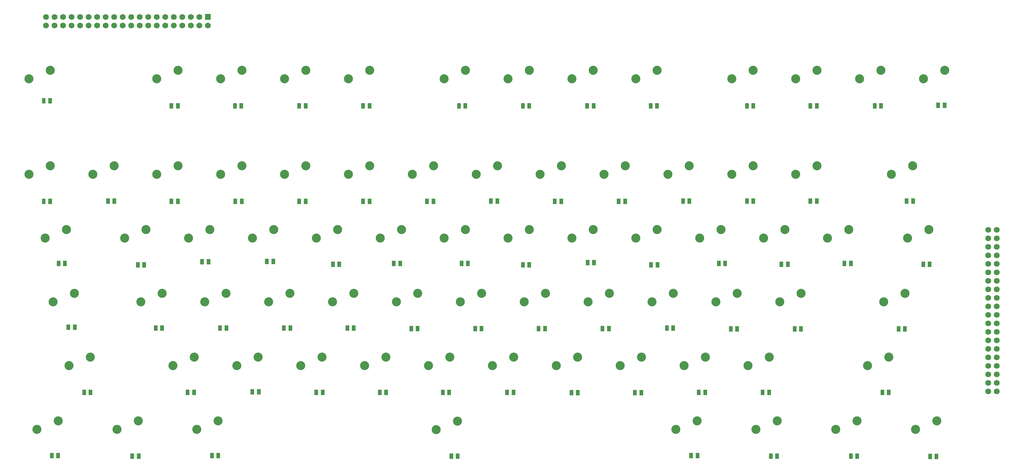
<source format=gts>
G04 Layer: TopSolderMaskLayer*
G04 EasyEDA v6.3.22, 2020-04-05T15:57:41+08:00*
G04 26a83e50978f4d2e98ee8e0c0de4659f,084ec32517fd449a9a4c349b315ac0e1,10*
G04 Gerber Generator version 0.2*
G04 Scale: 100 percent, Rotated: No, Reflected: No *
G04 Dimensions in inches *
G04 leading zeros omitted , absolute positions ,2 integer and 4 decimal *
%FSLAX24Y24*%
%MOIN*%
G90*
G70D02*

%ADD20C,0.106400*%
%ADD21C,0.068000*%

%LPD*%
G36*
G01X5568Y24836D02*
G01X5568Y25465D01*
G01X5998Y25465D01*
G01X5998Y24836D01*
G01X5568Y24836D01*
G37*
G36*
G01X6318Y24836D02*
G01X6318Y25465D01*
G01X6748Y25465D01*
G01X6748Y24836D01*
G01X6318Y24836D01*
G37*
G54D20*
G01X103246Y14138D03*
G01X100746Y13138D03*
G36*
G01X23568Y2236D02*
G01X23568Y2865D01*
G01X23998Y2865D01*
G01X23998Y2236D01*
G01X23568Y2236D01*
G37*
G36*
G01X24318Y2236D02*
G01X24318Y2865D01*
G01X24748Y2865D01*
G01X24748Y2236D01*
G01X24318Y2236D01*
G37*
G36*
G01X14218Y2186D02*
G01X14218Y2815D01*
G01X14648Y2815D01*
G01X14648Y2186D01*
G01X14218Y2186D01*
G37*
G36*
G01X14968Y2186D02*
G01X14968Y2815D01*
G01X15398Y2815D01*
G01X15398Y2186D01*
G01X14968Y2186D01*
G37*
G36*
G01X4768Y2236D02*
G01X4768Y2865D01*
G01X5198Y2865D01*
G01X5198Y2236D01*
G01X4768Y2236D01*
G37*
G36*
G01X5518Y2236D02*
G01X5518Y2865D01*
G01X5948Y2865D01*
G01X5948Y2236D01*
G01X5518Y2236D01*
G37*
G36*
G01X58218Y9686D02*
G01X58218Y10315D01*
G01X58648Y10315D01*
G01X58648Y9686D01*
G01X58218Y9686D01*
G37*
G36*
G01X58968Y9686D02*
G01X58968Y10315D01*
G01X59398Y10315D01*
G01X59398Y9686D01*
G01X58968Y9686D01*
G37*
G36*
G01X50668Y9686D02*
G01X50668Y10315D01*
G01X51098Y10315D01*
G01X51098Y9686D01*
G01X50668Y9686D01*
G37*
G36*
G01X51418Y9686D02*
G01X51418Y10315D01*
G01X51848Y10315D01*
G01X51848Y9686D01*
G01X51418Y9686D01*
G37*
G36*
G01X35818Y9686D02*
G01X35818Y10315D01*
G01X36248Y10315D01*
G01X36248Y9686D01*
G01X35818Y9686D01*
G37*
G36*
G01X36568Y9686D02*
G01X36568Y10315D01*
G01X36998Y10315D01*
G01X36998Y9686D01*
G01X36568Y9686D01*
G37*
G36*
G01X86368Y32186D02*
G01X86368Y32815D01*
G01X86798Y32815D01*
G01X86798Y32186D01*
G01X86368Y32186D01*
G37*
G36*
G01X87118Y32186D02*
G01X87118Y32815D01*
G01X87548Y32815D01*
G01X87548Y32186D01*
G01X87118Y32186D01*
G37*
G36*
G01X93818Y32186D02*
G01X93818Y32815D01*
G01X94248Y32815D01*
G01X94248Y32186D01*
G01X93818Y32186D01*
G37*
G36*
G01X94568Y32186D02*
G01X94568Y32815D01*
G01X94998Y32815D01*
G01X94998Y32186D01*
G01X94568Y32186D01*
G37*
G36*
G01X105118Y32186D02*
G01X105118Y32815D01*
G01X105548Y32815D01*
G01X105548Y32186D01*
G01X105118Y32186D01*
G37*
G36*
G01X105868Y32186D02*
G01X105868Y32815D01*
G01X106298Y32815D01*
G01X106298Y32186D01*
G01X105868Y32186D01*
G37*
G36*
G01X90418Y24736D02*
G01X90418Y25365D01*
G01X90848Y25365D01*
G01X90848Y24736D01*
G01X90418Y24736D01*
G37*
G36*
G01X91168Y24736D02*
G01X91168Y25365D01*
G01X91598Y25365D01*
G01X91598Y24736D01*
G01X91168Y24736D01*
G37*
G36*
G01X97818Y24836D02*
G01X97818Y25465D01*
G01X98248Y25465D01*
G01X98248Y24836D01*
G01X97818Y24836D01*
G37*
G36*
G01X98568Y24836D02*
G01X98568Y25465D01*
G01X98998Y25465D01*
G01X98998Y24836D01*
G01X98568Y24836D01*
G37*
G36*
G01X107068Y24736D02*
G01X107068Y25365D01*
G01X107498Y25365D01*
G01X107498Y24736D01*
G01X107068Y24736D01*
G37*
G36*
G01X107818Y24736D02*
G01X107818Y25365D01*
G01X108248Y25365D01*
G01X108248Y24736D01*
G01X107818Y24736D01*
G37*
G36*
G01X84468Y17136D02*
G01X84468Y17765D01*
G01X84898Y17765D01*
G01X84898Y17136D01*
G01X84468Y17136D01*
G37*
G36*
G01X85218Y17136D02*
G01X85218Y17765D01*
G01X85648Y17765D01*
G01X85648Y17136D01*
G01X85218Y17136D01*
G37*
G36*
G01X91968Y17136D02*
G01X91968Y17765D01*
G01X92398Y17765D01*
G01X92398Y17136D01*
G01X91968Y17136D01*
G37*
G36*
G01X92718Y17136D02*
G01X92718Y17765D01*
G01X93148Y17765D01*
G01X93148Y17136D01*
G01X92718Y17136D01*
G37*
G36*
G01X104168Y17136D02*
G01X104168Y17765D01*
G01X104598Y17765D01*
G01X104598Y17136D01*
G01X104168Y17136D01*
G37*
G36*
G01X104918Y17136D02*
G01X104918Y17765D01*
G01X105348Y17765D01*
G01X105348Y17136D01*
G01X104918Y17136D01*
G37*
G36*
G01X79818Y2236D02*
G01X79818Y2865D01*
G01X80248Y2865D01*
G01X80248Y2236D01*
G01X79818Y2236D01*
G37*
G36*
G01X80568Y2236D02*
G01X80568Y2865D01*
G01X80998Y2865D01*
G01X80998Y2236D01*
G01X80568Y2236D01*
G37*
G36*
G01X89168Y2186D02*
G01X89168Y2815D01*
G01X89598Y2815D01*
G01X89598Y2186D01*
G01X89168Y2186D01*
G37*
G36*
G01X89918Y2186D02*
G01X89918Y2815D01*
G01X90348Y2815D01*
G01X90348Y2186D01*
G01X89918Y2186D01*
G37*
G36*
G01X98568Y2186D02*
G01X98568Y2815D01*
G01X98998Y2815D01*
G01X98998Y2186D01*
G01X98568Y2186D01*
G37*
G36*
G01X99318Y2186D02*
G01X99318Y2815D01*
G01X99748Y2815D01*
G01X99748Y2186D01*
G01X99318Y2186D01*
G37*
G36*
G01X107868Y2136D02*
G01X107868Y2765D01*
G01X108298Y2765D01*
G01X108298Y2136D01*
G01X107868Y2136D01*
G37*
G36*
G01X108618Y2136D02*
G01X108618Y2765D01*
G01X109048Y2765D01*
G01X109048Y2136D01*
G01X108618Y2136D01*
G37*
G36*
G01X102268Y9686D02*
G01X102268Y10315D01*
G01X102698Y10315D01*
G01X102698Y9686D01*
G01X102268Y9686D01*
G37*
G36*
G01X103018Y9686D02*
G01X103018Y10315D01*
G01X103448Y10315D01*
G01X103448Y9686D01*
G01X103018Y9686D01*
G37*
G36*
G01X88218Y9686D02*
G01X88218Y10315D01*
G01X88648Y10315D01*
G01X88648Y9686D01*
G01X88218Y9686D01*
G37*
G36*
G01X88968Y9686D02*
G01X88968Y10315D01*
G01X89398Y10315D01*
G01X89398Y9686D01*
G01X88968Y9686D01*
G37*
G36*
G01X80718Y9686D02*
G01X80718Y10315D01*
G01X81148Y10315D01*
G01X81148Y9686D01*
G01X80718Y9686D01*
G37*
G36*
G01X81468Y9686D02*
G01X81468Y10315D01*
G01X81898Y10315D01*
G01X81898Y9686D01*
G01X81468Y9686D01*
G37*
G36*
G01X73218Y9636D02*
G01X73218Y10265D01*
G01X73648Y10265D01*
G01X73648Y9636D01*
G01X73218Y9636D01*
G37*
G36*
G01X73968Y9636D02*
G01X73968Y10265D01*
G01X74398Y10265D01*
G01X74398Y9636D01*
G01X73968Y9636D01*
G37*
G36*
G01X65768Y9636D02*
G01X65768Y10265D01*
G01X66198Y10265D01*
G01X66198Y9636D01*
G01X65768Y9636D01*
G37*
G36*
G01X66518Y9636D02*
G01X66518Y10265D01*
G01X66948Y10265D01*
G01X66948Y9636D01*
G01X66518Y9636D01*
G37*
G36*
G01X76968Y17236D02*
G01X76968Y17865D01*
G01X77398Y17865D01*
G01X77398Y17236D01*
G01X76968Y17236D01*
G37*
G36*
G01X77718Y17236D02*
G01X77718Y17865D01*
G01X78148Y17865D01*
G01X78148Y17236D01*
G01X77718Y17236D01*
G37*
G36*
G01X83068Y24836D02*
G01X83068Y25465D01*
G01X83498Y25465D01*
G01X83498Y24836D01*
G01X83068Y24836D01*
G37*
G36*
G01X83818Y24836D02*
G01X83818Y25465D01*
G01X84248Y25465D01*
G01X84248Y24836D01*
G01X83818Y24836D01*
G37*
G36*
G01X78868Y32186D02*
G01X78868Y32815D01*
G01X79298Y32815D01*
G01X79298Y32186D01*
G01X78868Y32186D01*
G37*
G36*
G01X79618Y32186D02*
G01X79618Y32815D01*
G01X80048Y32815D01*
G01X80048Y32186D01*
G01X79618Y32186D01*
G37*
G36*
G01X75118Y24686D02*
G01X75118Y25315D01*
G01X75548Y25315D01*
G01X75548Y24686D01*
G01X75118Y24686D01*
G37*
G36*
G01X75868Y24686D02*
G01X75868Y25315D01*
G01X76298Y25315D01*
G01X76298Y24686D01*
G01X75868Y24686D01*
G37*
G36*
G01X71318Y32136D02*
G01X71318Y32765D01*
G01X71748Y32765D01*
G01X71748Y32136D01*
G01X71318Y32136D01*
G37*
G36*
G01X72068Y32136D02*
G01X72068Y32765D01*
G01X72498Y32765D01*
G01X72498Y32136D01*
G01X72068Y32136D01*
G37*
G36*
G01X67668Y24936D02*
G01X67668Y25565D01*
G01X68098Y25565D01*
G01X68098Y24936D01*
G01X67668Y24936D01*
G37*
G36*
G01X68418Y24936D02*
G01X68418Y25565D01*
G01X68848Y25565D01*
G01X68848Y24936D01*
G01X68418Y24936D01*
G37*
G36*
G01X69418Y17186D02*
G01X69418Y17815D01*
G01X69848Y17815D01*
G01X69848Y17186D01*
G01X69418Y17186D01*
G37*
G36*
G01X70168Y17186D02*
G01X70168Y17815D01*
G01X70598Y17815D01*
G01X70598Y17186D01*
G01X70168Y17186D01*
G37*
G36*
G01X37768Y24736D02*
G01X37768Y25365D01*
G01X38198Y25365D01*
G01X38198Y24736D01*
G01X37768Y24736D01*
G37*
G36*
G01X38518Y24736D02*
G01X38518Y25365D01*
G01X38948Y25365D01*
G01X38948Y24736D01*
G01X38518Y24736D01*
G37*
G36*
G01X61918Y17186D02*
G01X61918Y17815D01*
G01X62348Y17815D01*
G01X62348Y17186D01*
G01X61918Y17186D01*
G37*
G36*
G01X62668Y17186D02*
G01X62668Y17815D01*
G01X63098Y17815D01*
G01X63098Y17186D01*
G01X62668Y17186D01*
G37*
G36*
G01X60068Y24686D02*
G01X60068Y25315D01*
G01X60498Y25315D01*
G01X60498Y24686D01*
G01X60068Y24686D01*
G37*
G36*
G01X60818Y24686D02*
G01X60818Y25315D01*
G01X61248Y25315D01*
G01X61248Y24686D01*
G01X60818Y24686D01*
G37*
G36*
G01X63818Y32136D02*
G01X63818Y32765D01*
G01X64248Y32765D01*
G01X64248Y32136D01*
G01X63818Y32136D01*
G37*
G36*
G01X64568Y32136D02*
G01X64568Y32765D01*
G01X64998Y32765D01*
G01X64998Y32136D01*
G01X64568Y32136D01*
G37*
G36*
G01X56318Y32186D02*
G01X56318Y32815D01*
G01X56748Y32815D01*
G01X56748Y32186D01*
G01X56318Y32186D01*
G37*
G36*
G01X57068Y32186D02*
G01X57068Y32815D01*
G01X57498Y32815D01*
G01X57498Y32186D01*
G01X57068Y32186D01*
G37*
G36*
G01X52868Y24836D02*
G01X52868Y25465D01*
G01X53298Y25465D01*
G01X53298Y24836D01*
G01X52868Y24836D01*
G37*
G36*
G01X53618Y24836D02*
G01X53618Y25465D01*
G01X54048Y25465D01*
G01X54048Y24836D01*
G01X53618Y24836D01*
G37*
G36*
G01X54468Y17186D02*
G01X54468Y17815D01*
G01X54898Y17815D01*
G01X54898Y17186D01*
G01X54468Y17186D01*
G37*
G36*
G01X55218Y17186D02*
G01X55218Y17815D01*
G01X55648Y17815D01*
G01X55648Y17186D01*
G01X55218Y17186D01*
G37*
G36*
G01X39468Y17236D02*
G01X39468Y17865D01*
G01X39898Y17865D01*
G01X39898Y17236D01*
G01X39468Y17236D01*
G37*
G36*
G01X40218Y17236D02*
G01X40218Y17865D01*
G01X40648Y17865D01*
G01X40648Y17236D01*
G01X40218Y17236D01*
G37*
G36*
G01X3819Y32136D02*
G01X3819Y32765D01*
G01X4248Y32765D01*
G01X4248Y32136D01*
G01X3819Y32136D01*
G37*
G36*
G01X4569Y32136D02*
G01X4569Y32765D01*
G01X4998Y32765D01*
G01X4998Y32136D01*
G01X4569Y32136D01*
G37*
G36*
G01X48818Y32136D02*
G01X48818Y32765D01*
G01X49248Y32765D01*
G01X49248Y32136D01*
G01X48818Y32136D01*
G37*
G36*
G01X49568Y32136D02*
G01X49568Y32765D01*
G01X49998Y32765D01*
G01X49998Y32136D01*
G01X49568Y32136D01*
G37*
G36*
G01X33818Y32136D02*
G01X33818Y32765D01*
G01X34248Y32765D01*
G01X34248Y32136D01*
G01X33818Y32136D01*
G37*
G36*
G01X34568Y32136D02*
G01X34568Y32765D01*
G01X34998Y32765D01*
G01X34998Y32136D01*
G01X34568Y32136D01*
G37*
G36*
G01X28318Y9736D02*
G01X28318Y10365D01*
G01X28748Y10365D01*
G01X28748Y9736D01*
G01X28318Y9736D01*
G37*
G36*
G01X29068Y9736D02*
G01X29068Y10365D01*
G01X29498Y10365D01*
G01X29498Y9736D01*
G01X29068Y9736D01*
G37*
G36*
G01X32018Y17236D02*
G01X32018Y17865D01*
G01X32448Y17865D01*
G01X32448Y17236D01*
G01X32018Y17236D01*
G37*
G36*
G01X32768Y17236D02*
G01X32768Y17865D01*
G01X33198Y17865D01*
G01X33198Y17236D01*
G01X32768Y17236D01*
G37*
G36*
G01X30018Y25086D02*
G01X30018Y25715D01*
G01X30448Y25715D01*
G01X30448Y25086D01*
G01X30018Y25086D01*
G37*
G36*
G01X30768Y25086D02*
G01X30768Y25715D01*
G01X31198Y25715D01*
G01X31198Y25086D01*
G01X30768Y25086D01*
G37*
G36*
G01X26318Y32136D02*
G01X26318Y32765D01*
G01X26748Y32765D01*
G01X26748Y32136D01*
G01X26318Y32136D01*
G37*
G36*
G01X27068Y32136D02*
G01X27068Y32765D01*
G01X27498Y32765D01*
G01X27498Y32136D01*
G01X27068Y32136D01*
G37*
G01X29196Y14138D03*
G01X26696Y13138D03*
G36*
G01X43268Y9686D02*
G01X43268Y10315D01*
G01X43698Y10315D01*
G01X43698Y9686D01*
G01X43268Y9686D01*
G37*
G36*
G01X44018Y9686D02*
G01X44018Y10315D01*
G01X44448Y10315D01*
G01X44448Y9686D01*
G01X44018Y9686D01*
G37*
G36*
G01X46968Y17186D02*
G01X46968Y17815D01*
G01X47398Y17815D01*
G01X47398Y17186D01*
G01X46968Y17186D01*
G37*
G36*
G01X47718Y17186D02*
G01X47718Y17815D01*
G01X48148Y17815D01*
G01X48148Y17186D01*
G01X47718Y17186D01*
G37*
G36*
G01X44918Y24836D02*
G01X44918Y25465D01*
G01X45348Y25465D01*
G01X45348Y24836D01*
G01X44918Y24836D01*
G37*
G36*
G01X45668Y24836D02*
G01X45668Y25465D01*
G01X46098Y25465D01*
G01X46098Y24836D01*
G01X45668Y24836D01*
G37*
G36*
G01X41318Y32136D02*
G01X41318Y32765D01*
G01X41748Y32765D01*
G01X41748Y32136D01*
G01X41318Y32136D01*
G37*
G36*
G01X42068Y32136D02*
G01X42068Y32765D01*
G01X42498Y32765D01*
G01X42498Y32136D01*
G01X42068Y32136D01*
G37*
G36*
G01X20718Y9686D02*
G01X20718Y10315D01*
G01X21148Y10315D01*
G01X21148Y9686D01*
G01X20718Y9686D01*
G37*
G36*
G01X21468Y9686D02*
G01X21468Y10315D01*
G01X21898Y10315D01*
G01X21898Y9686D01*
G01X21468Y9686D01*
G37*
G36*
G01X24518Y17236D02*
G01X24518Y17865D01*
G01X24948Y17865D01*
G01X24948Y17236D01*
G01X24518Y17236D01*
G37*
G36*
G01X25268Y17236D02*
G01X25268Y17865D01*
G01X25698Y17865D01*
G01X25698Y17236D01*
G01X25268Y17236D01*
G37*
G36*
G01X22418Y25036D02*
G01X22418Y25665D01*
G01X22848Y25665D01*
G01X22848Y25036D01*
G01X22418Y25036D01*
G37*
G36*
G01X23168Y25036D02*
G01X23168Y25665D01*
G01X23598Y25665D01*
G01X23598Y25036D01*
G01X23168Y25036D01*
G37*
G36*
G01X16968Y17236D02*
G01X16968Y17865D01*
G01X17398Y17865D01*
G01X17398Y17236D01*
G01X16968Y17236D01*
G37*
G36*
G01X17718Y17236D02*
G01X17718Y17865D01*
G01X18148Y17865D01*
G01X18148Y17236D01*
G01X17718Y17236D01*
G37*
G36*
G01X14868Y24686D02*
G01X14868Y25315D01*
G01X15298Y25315D01*
G01X15298Y24686D01*
G01X14868Y24686D01*
G37*
G36*
G01X15618Y24686D02*
G01X15618Y25315D01*
G01X16048Y25315D01*
G01X16048Y24686D01*
G01X15618Y24686D01*
G37*
G36*
G01X8568Y9686D02*
G01X8568Y10315D01*
G01X8998Y10315D01*
G01X8998Y9686D01*
G01X8568Y9686D01*
G37*
G36*
G01X9318Y9686D02*
G01X9318Y10315D01*
G01X9748Y10315D01*
G01X9748Y9686D01*
G01X9318Y9686D01*
G37*
G36*
G01X6718Y17336D02*
G01X6718Y17965D01*
G01X7148Y17965D01*
G01X7148Y17336D01*
G01X6718Y17336D01*
G37*
G36*
G01X7468Y17336D02*
G01X7468Y17965D01*
G01X7898Y17965D01*
G01X7898Y17336D01*
G01X7468Y17336D01*
G37*
G36*
G01X18818Y32136D02*
G01X18818Y32765D01*
G01X19248Y32765D01*
G01X19248Y32136D01*
G01X18818Y32136D01*
G37*
G36*
G01X19568Y32136D02*
G01X19568Y32765D01*
G01X19998Y32765D01*
G01X19998Y32136D01*
G01X19568Y32136D01*
G37*
G36*
G01X11368Y32186D02*
G01X11368Y32815D01*
G01X11798Y32815D01*
G01X11798Y32186D01*
G01X11368Y32186D01*
G37*
G36*
G01X12118Y32186D02*
G01X12118Y32815D01*
G01X12548Y32815D01*
G01X12548Y32186D01*
G01X12118Y32186D01*
G37*
G01X49796Y36638D03*
G01X47296Y35638D03*
G01X64796Y36638D03*
G01X62296Y35638D03*
G01X105146Y21638D03*
G01X102646Y20638D03*
G01X9496Y14138D03*
G01X6996Y13138D03*
G01X52609Y6601D03*
G01X50109Y5601D03*
G01X108859Y6651D03*
G01X106359Y5651D03*
G01X90146Y6638D03*
G01X87646Y5638D03*
G01X80746Y6638D03*
G01X78246Y5638D03*
G01X24496Y6638D03*
G01X21996Y5638D03*
G01X15146Y6638D03*
G01X12646Y5638D03*
G01X5746Y6638D03*
G01X3246Y5638D03*
G36*
G01X51668Y2186D02*
G01X51668Y2815D01*
G01X52098Y2815D01*
G01X52098Y2186D01*
G01X51668Y2186D01*
G37*
G36*
G01X52418Y2186D02*
G01X52418Y2815D01*
G01X52848Y2815D01*
G01X52848Y2186D01*
G01X52418Y2186D01*
G37*
G01X89196Y14138D03*
G01X86696Y13138D03*
G01X81696Y14138D03*
G01X79196Y13138D03*
G01X74196Y14138D03*
G01X71696Y13138D03*
G01X66696Y14138D03*
G01X64196Y13138D03*
G01X59196Y14138D03*
G01X56696Y13138D03*
G01X51696Y14138D03*
G01X49196Y13138D03*
G01X44196Y14138D03*
G01X41696Y13138D03*
G01X36696Y14138D03*
G01X34196Y13138D03*
G01X21696Y14138D03*
G01X19196Y13138D03*
G01X92946Y21638D03*
G01X90446Y20638D03*
G01X85446Y21638D03*
G01X82946Y20638D03*
G01X77946Y21638D03*
G01X75446Y20638D03*
G01X70446Y21638D03*
G01X67946Y20638D03*
G01X62946Y21638D03*
G01X60446Y20638D03*
G01X55446Y21638D03*
G01X52946Y20638D03*
G01X47946Y21638D03*
G01X45446Y20638D03*
G01X40446Y21638D03*
G01X37946Y20638D03*
G01X32946Y21638D03*
G01X30446Y20638D03*
G01X25446Y21638D03*
G01X22946Y20638D03*
G01X17946Y21638D03*
G01X15446Y20638D03*
G01X6696Y29138D03*
G01X4196Y28138D03*
G01X107946Y29138D03*
G01X105446Y28138D03*
G01X98546Y29138D03*
G01X96046Y28138D03*
G01X91046Y29138D03*
G01X88546Y28138D03*
G01X83546Y29138D03*
G01X81046Y28138D03*
G01X76046Y29138D03*
G01X73546Y28138D03*
G01X68546Y29138D03*
G01X66046Y28138D03*
G01X61046Y29138D03*
G01X58546Y28138D03*
G01X53546Y29138D03*
G01X51046Y28138D03*
G01X46046Y29138D03*
G01X43546Y28138D03*
G01X38546Y29138D03*
G01X36046Y28138D03*
G01X31046Y29138D03*
G01X28546Y28138D03*
G01X23546Y29138D03*
G01X21046Y28138D03*
G01X16046Y29138D03*
G01X13546Y28138D03*
G01X7646Y21638D03*
G01X5146Y20638D03*
G01X106046Y36638D03*
G01X103546Y35638D03*
G01X94796Y36638D03*
G01X92296Y35638D03*
G01X87296Y36638D03*
G01X84796Y35638D03*
G01X79796Y36638D03*
G01X77296Y35638D03*
G01X72296Y36638D03*
G01X69796Y35638D03*
G01X57296Y36638D03*
G01X54796Y35638D03*
G01X42296Y36638D03*
G01X39796Y35638D03*
G01X34796Y36638D03*
G01X32296Y35638D03*
G01X27296Y36638D03*
G01X24796Y35638D03*
G01X19796Y36638D03*
G01X17296Y35638D03*
G01X12296Y36638D03*
G01X9796Y35638D03*
G01X4796Y36638D03*
G01X2296Y35638D03*
G01X4796Y47888D03*
G01X2296Y46888D03*
G01X19796Y47888D03*
G01X17296Y46888D03*
G01X27296Y47888D03*
G01X24796Y46888D03*
G01X34796Y47888D03*
G01X32296Y46888D03*
G01X42296Y47888D03*
G01X39796Y46888D03*
G01X53546Y47888D03*
G01X51046Y46888D03*
G01X68546Y47888D03*
G01X66046Y46888D03*
G01X87296Y47888D03*
G01X84796Y46888D03*
G01X94796Y47888D03*
G01X92296Y46888D03*
G01X102296Y47888D03*
G01X99796Y46888D03*
G01X109796Y47888D03*
G01X107296Y46888D03*
G01X76046Y47888D03*
G01X73546Y46888D03*
G01X61046Y47888D03*
G01X58546Y46888D03*
G36*
G01X18818Y43386D02*
G01X18818Y44015D01*
G01X19248Y44015D01*
G01X19248Y43386D01*
G01X18818Y43386D01*
G37*
G36*
G01X19568Y43386D02*
G01X19568Y44015D01*
G01X19998Y44015D01*
G01X19998Y43386D01*
G01X19568Y43386D01*
G37*
G36*
G01X26268Y43386D02*
G01X26268Y44015D01*
G01X26698Y44015D01*
G01X26698Y43386D01*
G01X26268Y43386D01*
G37*
G36*
G01X27018Y43386D02*
G01X27018Y44015D01*
G01X27448Y44015D01*
G01X27448Y43386D01*
G01X27018Y43386D01*
G37*
G36*
G01X52568Y43386D02*
G01X52568Y44015D01*
G01X52998Y44015D01*
G01X52998Y43386D01*
G01X52568Y43386D01*
G37*
G36*
G01X53318Y43386D02*
G01X53318Y44015D01*
G01X53748Y44015D01*
G01X53748Y43386D01*
G01X53318Y43386D01*
G37*
G36*
G01X33818Y43386D02*
G01X33818Y44015D01*
G01X34248Y44015D01*
G01X34248Y43386D01*
G01X33818Y43386D01*
G37*
G36*
G01X34568Y43386D02*
G01X34568Y44015D01*
G01X34998Y44015D01*
G01X34998Y43386D01*
G01X34568Y43386D01*
G37*
G36*
G01X41318Y43386D02*
G01X41318Y44015D01*
G01X41748Y44015D01*
G01X41748Y43386D01*
G01X41318Y43386D01*
G37*
G36*
G01X42068Y43386D02*
G01X42068Y44015D01*
G01X42498Y44015D01*
G01X42498Y43386D01*
G01X42068Y43386D01*
G37*
G36*
G01X60068Y43386D02*
G01X60068Y44015D01*
G01X60498Y44015D01*
G01X60498Y43386D01*
G01X60068Y43386D01*
G37*
G36*
G01X60818Y43386D02*
G01X60818Y44015D01*
G01X61248Y44015D01*
G01X61248Y43386D01*
G01X60818Y43386D01*
G37*
G36*
G01X3819Y43986D02*
G01X3819Y44615D01*
G01X4248Y44615D01*
G01X4248Y43986D01*
G01X3819Y43986D01*
G37*
G36*
G01X4569Y43986D02*
G01X4569Y44615D01*
G01X4998Y44615D01*
G01X4998Y43986D01*
G01X4569Y43986D01*
G37*
G36*
G01X67618Y43386D02*
G01X67618Y44015D01*
G01X68048Y44015D01*
G01X68048Y43386D01*
G01X67618Y43386D01*
G37*
G36*
G01X68368Y43386D02*
G01X68368Y44015D01*
G01X68798Y44015D01*
G01X68798Y43386D01*
G01X68368Y43386D01*
G37*
G36*
G01X75068Y43386D02*
G01X75068Y44015D01*
G01X75498Y44015D01*
G01X75498Y43386D01*
G01X75068Y43386D01*
G37*
G36*
G01X75818Y43386D02*
G01X75818Y44015D01*
G01X76248Y44015D01*
G01X76248Y43386D01*
G01X75818Y43386D01*
G37*
G36*
G01X86368Y43386D02*
G01X86368Y44015D01*
G01X86798Y44015D01*
G01X86798Y43386D01*
G01X86368Y43386D01*
G37*
G36*
G01X87118Y43386D02*
G01X87118Y44015D01*
G01X87548Y44015D01*
G01X87548Y43386D01*
G01X87118Y43386D01*
G37*
G36*
G01X93818Y43386D02*
G01X93818Y44015D01*
G01X94248Y44015D01*
G01X94248Y43386D01*
G01X93818Y43386D01*
G37*
G36*
G01X94568Y43386D02*
G01X94568Y44015D01*
G01X94998Y44015D01*
G01X94998Y43386D01*
G01X94568Y43386D01*
G37*
G36*
G01X108818Y43436D02*
G01X108818Y44065D01*
G01X109248Y44065D01*
G01X109248Y43436D01*
G01X108818Y43436D01*
G37*
G36*
G01X109568Y43436D02*
G01X109568Y44065D01*
G01X109998Y44065D01*
G01X109998Y43436D01*
G01X109568Y43436D01*
G37*
G36*
G01X101368Y43386D02*
G01X101368Y44015D01*
G01X101798Y44015D01*
G01X101798Y43386D01*
G01X101368Y43386D01*
G37*
G36*
G01X102118Y43386D02*
G01X102118Y44015D01*
G01X102548Y44015D01*
G01X102548Y43386D01*
G01X102118Y43386D01*
G37*
G54D21*
G01X4309Y54151D03*
G01X4309Y53151D03*
G01X5309Y54151D03*
G01X5309Y53151D03*
G01X6309Y54151D03*
G01X6309Y53151D03*
G01X7309Y54151D03*
G01X7309Y53151D03*
G01X8309Y54151D03*
G01X8309Y53151D03*
G01X9309Y54151D03*
G01X9309Y53151D03*
G01X10309Y54151D03*
G01X10309Y53151D03*
G01X11309Y54151D03*
G01X11309Y53151D03*
G01X12309Y54151D03*
G01X12309Y53151D03*
G01X13309Y54151D03*
G01X13309Y53151D03*
G01X14309Y54151D03*
G01X14309Y53151D03*
G01X15309Y54151D03*
G01X15309Y53151D03*
G01X16309Y54151D03*
G01X16309Y53151D03*
G01X17309Y54151D03*
G01X17309Y53151D03*
G01X18309Y54151D03*
G01X18309Y53151D03*
G01X19309Y54151D03*
G01X19309Y53151D03*
G01X20309Y54151D03*
G01X20309Y53151D03*
G01X21309Y54151D03*
G01X21309Y53151D03*
G01X22309Y54151D03*
G01X22309Y53151D03*
G36*
G01X22968Y53811D02*
G01X22968Y54490D01*
G01X23648Y54490D01*
G01X23648Y53811D01*
G01X22968Y53811D01*
G37*
G01X23309Y53151D03*
G01X115909Y10101D03*
G01X114909Y10101D03*
G01X115909Y11101D03*
G01X114909Y11101D03*
G01X115909Y12101D03*
G01X114909Y12101D03*
G01X115909Y13101D03*
G01X114909Y13101D03*
G01X115909Y14101D03*
G01X114909Y14101D03*
G01X115909Y15101D03*
G01X114909Y15101D03*
G01X115909Y16101D03*
G01X114909Y16101D03*
G01X115909Y17101D03*
G01X114909Y17101D03*
G01X115909Y18101D03*
G01X114909Y18101D03*
G01X115909Y19101D03*
G01X114909Y19101D03*
G01X115909Y20101D03*
G01X114909Y20101D03*
G01X115909Y21101D03*
G01X114909Y21101D03*
G01X115909Y22101D03*
G01X114909Y22101D03*
G01X115909Y23101D03*
G01X114909Y23101D03*
G01X115909Y24101D03*
G01X114909Y24101D03*
G01X115909Y25101D03*
G01X114909Y25101D03*
G01X115909Y26101D03*
G01X114909Y26101D03*
G01X115909Y27101D03*
G01X114909Y27101D03*
G01X115909Y28101D03*
G01X114909Y28101D03*
G01X115909Y29101D03*
G01X114909Y29101D03*
G54D20*
G01X99509Y6651D03*
G01X97009Y5651D03*
M00*
M02*

</source>
